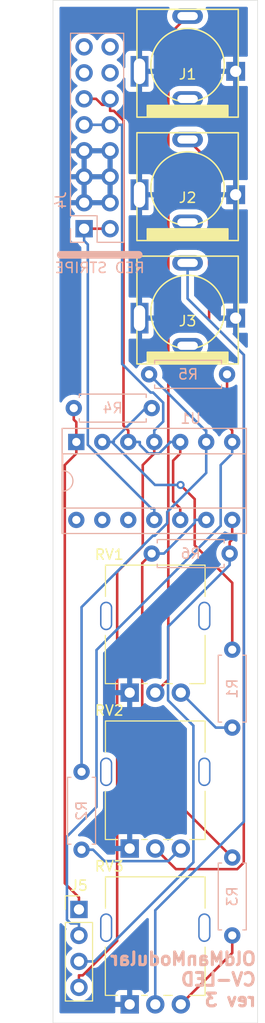
<source format=kicad_pcb>
(kicad_pcb (version 20211014) (generator pcbnew)
  (layers (0 "F.Cu" signal) (31 "B.Cu" signal) (34 "B.Paste" user) (35 "F.Paste" user) (36 "B.SilkS" user "B.Silkscreen") (37 "F.SilkS" user "F.Silkscreen") (38 "B.Mask" user) (39 "F.Mask" user) (44 "Edge.Cuts" user))
  (net 0 "")
  (net 1 "/InputSignal/Signal")
  (net 2 "Net-(R1-Pad1)")
  (net 3 "/sheet5FE679DC/Signal")
  (net 4 "Net-(R2-Pad1)")
  (net 5 "/sheet5FE67A34/Signal")
  (net 6 "Net-(R3-Pad1)")
  (net 7 "Net-(J1-PadT)")
  (net 8 "GND")
  (net 9 "Net-(J2-PadT)")
  (net 10 "Net-(J3-PadT)")
  (net 11 "+5V")
  (net 12 "+12V")
  (net 13 "Net-(J5-Pad3)")
  (net 14 "Net-(J5-Pad2)")
  (net 15 "Net-(J5-Pad1)")
  (net 16 "-12V")
  (footprint "SynthDiy:Potentiometer_Alpha_Single_Vertical" (layer "F.Cu") (at 10 75.441 90)
    (fp_text reference "RV2" (at 6 -4.5 180) (layer "F.SilkS"))
    (fp_text value "100K")
    (fp_line (start 4.97 4.87) (end 4.97 -4.87) (layer "F.SilkS") (width 0.12))
    (fp_line (start -6.62 4.87) (end -1.9 4.87) (layer "F.SilkS") (width 0.12))
    (fp_line (start -6.62 -4.88) (end -1.9 -4.88) (layer "F.SilkS") (width 0.12))
    (fp_line (start -6.62 -3.69) (end -6.62 -4.87) (layer "F.SilkS") (width 0.12))
    (fp_line (start 1.91 4.87) (end 4.97 4.87) (layer "F.SilkS") (width 0.12))
    (fp_line (start -6.62 1.66) (end -6.62 0.83) (layer "F.SilkS") (width 0.12))
    (fp_line (start -6.62 4.87) (end -6.62 3.38) (layer "F.SilkS") (width 0.12))
    (fp_line (start 1.91 -4.87) (end 4.97 -4.87) (layer "F.SilkS") (width 0.12))
    (fp_line (start -6.62 -0.79) (end -6.62 -1.32) (layer "F.SilkS") (width 0.12))
    (pad "" thru_hole oval (at 0 -4.8 180) (size 1.2 2.8) (drill oval 0.9 2.5) (layers *.Cu *.Mask))
    (pad "" thru_hole oval (at 0 4.8 180) (size 1.2 2.8) (drill oval 0.9 2.5) (layers *.Cu *.Mask))
    (pad "1" thru_hole rect (at -7.5 -2.5 180) (size 1.8 1.8) (drill 1) (layers *.Cu *.Mask) (net 8 "GND"))
    (pad "2" thru_hole circle (at -7.5 0 180) (size 1.8 1.8) (drill 1) (layers *.Cu *.Mask) (net 9 "Net-(J2-PadT)"))
    (pad "3" thru_hole circle (at -7.5 2.5 180) (size 1.8 1.8) (drill 1) (layers *.Cu *.Mask) (net 3 "/sheet5FE679DC/Signal"))
  )
  (footprint "SynthDiy:Potentiometer_Alpha_Single_Vertical" (layer "F.Cu") (at 10 90.681 90)
    (fp_text reference "RV3" (at 6 -4.5 180) (layer "F.SilkS"))
    (fp_text value "100K")
    (fp_line (start 1.91 4.87) (end 4.97 4.87) (layer "F.SilkS") (width 0.12))
    (fp_line (start -6.62 1.66) (end -6.62 0.83) (layer "F.SilkS") (width 0.12))
    (fp_line (start 1.91 -4.87) (end 4.97 -4.87) (layer "F.SilkS") (width 0.12))
    (fp_line (start -6.62 4.87) (end -1.9 4.87) (layer "F.SilkS") (width 0.12))
    (fp_line (start -6.62 4.87) (end -6.62 3.38) (layer "F.SilkS") (width 0.12))
    (fp_line (start -6.62 -3.69) (end -6.62 -4.87) (layer "F.SilkS") (width 0.12))
    (fp_line (start -6.62 -0.79) (end -6.62 -1.32) (layer "F.SilkS") (width 0.12))
    (fp_line (start -6.62 -4.88) (end -1.9 -4.88) (layer "F.SilkS") (width 0.12))
    (fp_line (start 4.97 4.87) (end 4.97 -4.87) (layer "F.SilkS") (width 0.12))
    (pad "" thru_hole oval (at 0 -4.8 180) (size 1.2 2.8) (drill oval 0.9 2.5) (layers *.Cu *.Mask))
    (pad "" thru_hole oval (at 0 4.8 180) (size 1.2 2.8) (drill oval 0.9 2.5) (layers *.Cu *.Mask))
    (pad "1" thru_hole rect (at -7.5 -2.5 180) (size 1.8 1.8) (drill 1) (layers *.Cu *.Mask) (net 8 "GND"))
    (pad "2" thru_hole circle (at -7.5 0 180) (size 1.8 1.8) (drill 1) (layers *.Cu *.Mask) (net 10 "Net-(J3-PadT)"))
    (pad "3" thru_hole circle (at -7.5 2.5 180) (size 1.8 1.8) (drill 1) (layers *.Cu *.Mask) (net 5 "/sheet5FE67A34/Signal"))
  )
  (footprint "SynthDiy:PJ301BM" (layer "F.Cu") (at 13.16 6.35)
    (fp_text reference "J1" (at 0 0.889) (layer "F.SilkS"))
    (fp_text value "AudioJack2")
    (fp_line (start 4.953 5.08) (end -4.953 5.08) (layer "F.SilkS") (width 0.15))
    (fp_line (start -4.953 -5.461) (end 4.953 -5.461) (layer "F.SilkS") (width 0.15))
    (fp_line (start 4.953 -5.461) (end 4.953 5.08) (layer "F.SilkS") (width 0.15))
    (fp_line (start -4.953 5.08) (end -4.953 -5.461) (layer "F.SilkS") (width 0.15))
    (fp_circle (center 0 0) (end -2.54 -2.54) (layer "F.SilkS") (width 0.15) (fill none))
    (fp_poly (pts (xy -3.937 5.08) (xy -3.937 3.937) (xy 3.937 3.937) (xy 3.937 5.08)) (layer "F.SilkS") (width 0.15) (fill solid))
    (pad "S" thru_hole rect locked (at -4.7 0.6) (size 1.75 3) (drill oval 1.1 2.5) (layers *.Cu *.Mask) (net 8 "GND"))
    (pad "S" thru_hole rect locked (at 4.7 0.6) (size 1.85 1.85) (drill 1.1) (layers *.Cu *.Mask) (net 8 "GND"))
    (pad "T" thru_hole oval locked (at 0 -4.8) (size 3 1.524) (drill oval 2 0.8) (layers *.Cu *.Mask) (net 7 "Net-(J1-PadT)"))
    (pad "TN" thru_hole oval locked (at 0 3.3) (size 3 1.524) (drill oval 2 0.8) (layers *.Cu *.Mask))
  )
  (footprint "SynthDiy:PJ301BM" (layer "F.Cu") (at 13.16 18.415)
    (fp_text reference "J2" (at 0 0.889) (layer "F.SilkS"))
    (fp_text value "AudioJack2")
    (fp_line (start -4.953 -5.461) (end 4.953 -5.461) (layer "F.SilkS") (width 0.15))
    (fp_line (start -4.953 5.08) (end -4.953 -5.461) (layer "F.SilkS") (width 0.15))
    (fp_line (start 4.953 -5.461) (end 4.953 5.08) (layer "F.SilkS") (width 0.15))
    (fp_line (start 4.953 5.08) (end -4.953 5.08) (layer "F.SilkS") (width 0.15))
    (fp_circle (center 0 0) (end -2.54 -2.54) (layer "F.SilkS") (width 0.15) (fill none))
    (fp_poly (pts (xy -3.937 5.08) (xy -3.937 3.937) (xy 3.937 3.937) (xy 3.937 5.08)) (layer "F.SilkS") (width 0.15) (fill solid))
    (pad "S" thru_hole rect locked (at -4.7 0.6) (size 1.75 3) (drill oval 1.1 2.5) (layers *.Cu *.Mask) (net 8 "GND"))
    (pad "S" thru_hole rect locked (at 4.7 0.6) (size 1.85 1.85) (drill 1.1) (layers *.Cu *.Mask) (net 8 "GND"))
    (pad "T" thru_hole oval locked (at 0 -4.8) (size 3 1.524) (drill oval 2 0.8) (layers *.Cu *.Mask) (net 9 "Net-(J2-PadT)"))
    (pad "TN" thru_hole oval locked (at 0 3.3) (size 3 1.524) (drill oval 2 0.8) (layers *.Cu *.Mask))
  )
  (footprint "SynthDiy:PJ301BM" (layer "F.Cu") (at 13.16 30.48)
    (fp_text reference "J3" (at 0 0.889) (layer "F.SilkS"))
    (fp_text value "AudioJack2")
    (fp_line (start -4.953 -5.461) (end 4.953 -5.461) (layer "F.SilkS") (width 0.15))
    (fp_line (start -4.953 5.08) (end -4.953 -5.461) (layer "F.SilkS") (width 0.15))
    (fp_line (start 4.953 -5.461) (end 4.953 5.08) (layer "F.SilkS") (width 0.15))
    (fp_line (start 4.953 5.08) (end -4.953 5.08) (layer "F.SilkS") (width 0.15))
    (fp_circle (center 0 0) (end -2.54 -2.54) (layer "F.SilkS") (width 0.15) (fill none))
    (fp_poly (pts (xy -3.937 5.08) (xy -3.937 3.937) (xy 3.937 3.937) (xy 3.937 5.08)) (layer "F.SilkS") (width 0.15) (fill solid))
    (pad "S" thru_hole rect locked (at 4.7 0.6) (size 1.85 1.85) (drill 1.1) (layers *.Cu *.Mask) (net 8 "GND"))
    (pad "S" thru_hole rect locked (at -4.7 0.6) (size 1.75 3) (drill oval 1.1 2.5) (layers *.Cu *.Mask) (net 8 "GND"))
    (pad "T" thru_hole oval locked (at 0 -4.8) (size 3 1.524) (drill oval 2 0.8) (layers *.Cu *.Mask) (net 10 "Net-(J3-PadT)"))
    (pad "TN" thru_hole oval locked (at 0 3.3) (size 3 1.524) (drill oval 2 0.8) (layers *.Cu *.Mask))
  )
  (footprint "Connector_PinHeader_2.54mm:PinHeader_1x04_P2.54mm_Vertical" (layer "F.Cu") (at 2.54 88.9)
    (fp_text reference "J5" (at 0 -2.33) (layer "F.SilkS"))
    (fp_text value "Conn_01x04_Female")
    (fp_line (start -1.33 0) (end -1.33 -1.33) (layer "F.SilkS") (width 0.12))
    (fp_line (start -1.33 1.27) (end -1.33 8.95) (layer "F.SilkS") (width 0.12))
    (fp_line (start 1.33 1.27) (end 1.33 8.95) (layer "F.SilkS") (width 0.12))
    (fp_line (start -1.33 1.27) (end 1.33 1.27) (layer "F.SilkS") (width 0.12))
    (fp_line (start -1.33 -1.33) (end 0 -1.33) (layer "F.SilkS") (width 0.12))
    (fp_line (start -1.33 8.95) (end 1.33 8.95) (layer "F.SilkS") (width 0.12))
    (pad "1" thru_hole rect locked (at 0 0) (size 1.7 1.7) (drill 1) (layers *.Cu *.Mask) (net 15 "Net-(J5-Pad1)"))
    (pad "2" thru_hole oval locked (at 0 2.54) (size 1.7 1.7) (drill 1) (layers *.Cu *.Mask) (net 14 "Net-(J5-Pad2)"))
    (pad "3" thru_hole oval locked (at 0 5.08) (size 1.7 1.7) (drill 1) (layers *.Cu *.Mask) (net 13 "Net-(J5-Pad3)"))
    (pad "4" thru_hole oval locked (at 0 7.62) (size 1.7 1.7) (drill 1) (layers *.Cu *.Mask) (net 12 "+12V"))
  )
  (footprint "SynthDiy:Potentiometer_Alpha_Single_Vertical" (layer "F.Cu") (at 10 60.201 90)
    (fp_text reference "RV1" (at 6 -4.5 180) (layer "F.SilkS"))
    (fp_text value "100K")
    (fp_line (start -6.62 -0.79) (end -6.62 -1.32) (layer "F.SilkS") (width 0.12))
    (fp_line (start -6.62 4.87) (end -1.9 4.87) (layer "F.SilkS") (width 0.12))
    (fp_line (start -6.62 1.66) (end -6.62 0.83) (layer "F.SilkS") (width 0.12))
    (fp_line (start -6.62 -3.69) (end -6.62 -4.87) (layer "F.SilkS") (width 0.12))
    (fp_line (start -6.62 4.87) (end -6.62 3.38) (layer "F.SilkS") (width 0.12))
    (fp_line (start 1.91 -4.87) (end 4.97 -4.87) (layer "F.SilkS") (width 0.12))
    (fp_line (start 1.91 4.87) (end 4.97 4.87) (layer "F.SilkS") (width 0.12))
    (fp_line (start -6.62 -4.88) (end -1.9 -4.88) (layer "F.SilkS") (width 0.12))
    (fp_line (start 4.97 4.87) (end 4.97 -4.87) (layer "F.SilkS") (width 0.12))
    (pad "" thru_hole oval (at 0 -4.8 180) (size 1.2 2.8) (drill oval 0.9 2.5) (layers *.Cu *.Mask))
    (pad "" thru_hole oval (at 0 4.8 180) (size 1.2 2.8) (drill oval 0.9 2.5) (layers *.Cu *.Mask))
    (pad "1" thru_hole rect (at -7.5 -2.5 180) (size 1.8 1.8) (drill 1) (layers *.Cu *.Mask) (net 8 "GND"))
    (pad "2" thru_hole circle (at -7.5 0 180) (size 1.8 1.8) (drill 1) (layers *.Cu *.Mask) (net 7 "Net-(J1-PadT)"))
    (pad "3" thru_hole circle (at -7.5 2.5 180) (size 1.8 1.8) (drill 1) (layers *.Cu *.Mask) (net 1 "/InputSignal/Signal"))
  )
  (footprint "SynthDiy:R_Axial_DIN0207_L6.3mm_D2.5mm_P7.62mm_Horizontal" (layer "B.Cu") (at 17.526 63.5 -90)
    (fp_text reference "R1" (at 3.81 0 90) (layer "B.SilkS") (effects (justify mirror)))
    (fp_text value "10K")
    (fp_line (start 0.54 1.04) (end 0.54 1.37) (layer "B.SilkS") (width 0.12))
    (fp_line (start 0.54 1.37) (end 7.08 1.37) (layer "B.SilkS") (width 0.12))
    (fp_line (start 0.54 -1.04) (end 0.54 -1.37) (layer "B.SilkS") (width 0.12))
    (fp_line (start 0.54 -1.37) (end 7.08 -1.37) (layer "B.SilkS") (width 0.12))
    (fp_line (start 7.08 -1.37) (end 7.08 -1.04) (layer "B.SilkS") (width 0.12))
    (fp_line (start 7.08 1.37) (end 7.08 1.04) (layer "B.SilkS") (width 0.12))
    (pad "1" thru_hole circle locked (at 0 0 270) (size 1.6 1.6) (drill 0.8) (layers *.Cu *.Mask) (net 2 "Net-(R1-Pad1)"))
    (pad "2" thru_hole oval locked (at 7.62 0 270) (size 1.6 1.6) (drill 0.8) (layers *.Cu *.Mask) (net 1 "/InputSignal/Signal"))
  )
  (footprint "SynthDiy:R_Axial_DIN0207_L6.3mm_D2.5mm_P7.62mm_Horizontal" (layer "B.Cu") (at 2.794 75.438 -90)
    (fp_text reference "R2" (at 3.81 0 90) (layer "B.SilkS") (effects (justify mirror)))
    (fp_text value "10K")
    (fp_line (start 0.54 1.37) (end 7.08 1.37) (layer "B.SilkS") (width 0.12))
    (fp_line (start 0.54 1.04) (end 0.54 1.37) (layer "B.SilkS") (width 0.12))
    (fp_line (start 7.08 -1.37) (end 7.08 -1.04) (layer "B.SilkS") (width 0.12))
    (fp_line (start 0.54 -1.37) (end 7.08 -1.37) (layer "B.SilkS") (width 0.12))
    (fp_line (start 7.08 1.37) (end 7.08 1.04) (layer "B.SilkS") (width 0.12))
    (fp_line (start 0.54 -1.04) (end 0.54 -1.37) (layer "B.SilkS") (width 0.12))
    (pad "1" thru_hole circle locked (at 0 0 270) (size 1.6 1.6) (drill 0.8) (layers *.Cu *.Mask) (net 4 "Net-(R2-Pad1)"))
    (pad "2" thru_hole oval locked (at 7.62 0 270) (size 1.6 1.6) (drill 0.8) (layers *.Cu *.Mask) (net 3 "/sheet5FE679DC/Signal"))
  )
  (footprint "SynthDiy:R_Axial_DIN0207_L6.3mm_D2.5mm_P7.62mm_Horizontal" (layer "B.Cu") (at 17.526 83.82 -90)
    (fp_text reference "R3" (at 3.81 0 90) (layer "B.SilkS") (effects (justify mirror)))
    (fp_text value "10K")
    (fp_line (start 7.08 1.37) (end 7.08 1.04) (layer "B.SilkS") (width 0.12))
    (fp_line (start 0.54 1.37) (end 7.08 1.37) (layer "B.SilkS") (width 0.12))
    (fp_line (start 7.08 -1.37) (end 7.08 -1.04) (layer "B.SilkS") (width 0.12))
    (fp_line (start 0.54 -1.04) (end 0.54 -1.37) (layer "B.SilkS") (width 0.12))
    (fp_line (start 0.54 1.04) (end 0.54 1.37) (layer "B.SilkS") (width 0.12))
    (fp_line (start 0.54 -1.37) (end 7.08 -1.37) (layer "B.SilkS") (width 0.12))
    (pad "1" thru_hole circle locked (at 0 0 270) (size 1.6 1.6) (drill 0.8) (layers *.Cu *.Mask) (net 6 "Net-(R3-Pad1)"))
    (pad "2" thru_hole oval locked (at 7.62 0 270) (size 1.6 1.6) (drill 0.8) (layers *.Cu *.Mask) (net 5 "/sheet5FE67A34/Signal"))
  )
  (footprint "SynthDiy:R_Axial_DIN0207_L6.3mm_D2.5mm_P7.62mm_Horizontal" (layer "B.Cu") (at 9.652 39.878 180)
    (fp_text reference "R4" (at 3.81 0) (layer "B.SilkS") (effects (justify mirror)))
    (fp_text value "22K")
    (fp_line (start 0.54 -1.37) (end 7.08 -1.37) (layer "B.SilkS") (width 0.12))
    (fp_line (start 0.54 1.37) (end 7.08 1.37) (layer "B.SilkS") (width 0.12))
    (fp_line (start 0.54 -1.04) (end 0.54 -1.37) (layer "B.SilkS") (width 0.12))
    (fp_line (start 7.08 -1.37) (end 7.08 -1.04) (layer "B.SilkS") (width 0.12))
    (fp_line (start 0.54 1.04) (end 0.54 1.37) (layer "B.SilkS") (width 0.12))
    (fp_line (start 7.08 1.37) (end 7.08 1.04) (layer "B.SilkS") (width 0.12))
    (pad "1" thru_hole circle locked (at 0 0 180) (size 1.6 1.6) (drill 0.8) (layers *.Cu *.Mask) (net 2 "Net-(R1-Pad1)"))
    (pad "2" thru_hole oval locked (at 7.62 0 180) (size 1.6 1.6) (drill 0.8) (layers *.Cu *.Mask) (net 15 "Net-(J5-Pad1)"))
  )
  (footprint "SynthDiy:R_Axial_DIN0207_L6.3mm_D2.5mm_P7.62mm_Horizontal" (layer "B.Cu") (at 9.398 36.576)
    (fp_text reference "R5" (at 3.81 0 180) (layer "B.SilkS") (effects (justify mirror)))
    (fp_text value "22K")
    (fp_line (start 7.08 -1.37) (end 7.08 -1.04) (layer "B.SilkS") (width 0.12))
    (fp_line (start 0.54 1.04) (end 0.54 1.37) (layer "B.SilkS") (width 0.12))
    (fp_line (start 0.54 1.37) (end 7.08 1.37) (layer "B.SilkS") (width 0.12))
    (fp_line (start 7.08 1.37) (end 7.08 1.04) (layer "B.SilkS") (width 0.12))
    (fp_line (start 0.54 -1.37) (end 7.08 -1.37) (layer "B.SilkS") (width 0.12))
    (fp_line (start 0.54 -1.04) (end 0.54 -1.37) (layer "B.SilkS") (width 0.12))
    (pad "1" thru_hole circle locked (at 0 0) (size 1.6 1.6) (drill 0.8) (layers *.Cu *.Mask) (net 4 "Net-(R2-Pad1)"))
    (pad "2" thru_hole oval locked (at 7.62 0) (size 1.6 1.6) (drill 0.8) (layers *.Cu *.Mask) (net 14 "Net-(J5-Pad2)"))
  )
  (footprint "SynthDiy:R_Axial_DIN0207_L6.3mm_D2.5mm_P7.62mm_Horizontal" (layer "B.Cu") (at 9.652 54.102)
    (fp_text reference "R6" (at 3.81 0 180) (layer "B.SilkS") (effects (justify mirror)))
    (fp_text value "22K")
    (fp_line (start 0.54 1.04) (end 0.54 1.37) (layer "B.SilkS") (width 0.12))
    (fp_line (start 7.08 1.37) (end 7.08 1.04) (layer "B.SilkS") (width 0.12))
    (fp_line (start 0.54 1.37) (end 7.08 1.37) (layer "B.SilkS") (width 0.12))
    (fp_line (start 0.54 -1.37) (end 7.08 -1.37) (layer "B.SilkS") (width 0.12))
    (fp_line (start 7.08 -1.37) (end 7.08 -1.04) (layer "B.SilkS") (width 0.12))
    (fp_line (start 0.54 -1.04) (end 0.54 -1.37) (layer "B.SilkS") (width 0.12))
    (pad "1" thru_hole circle locked (at 0 0) (size 1.6 1.6) (drill 0.8) (layers *.Cu *.Mask) (net 6 "Net-(R3-Pad1)"))
    (pad "2" thru_hole oval locked (at 7.62 0) (size 1.6 1.6) (drill 0.8) (layers *.Cu *.Mask) (net 13 "Net-(J5-Pad3)"))
  )
  (footprint "Package_DIP:DIP-14_W7.62mm_Socket" (layer "B.Cu") (at 2.281 43.19 -90)
    (fp_text reference "U1" (at -2.296 -11.181 180) (layer "B.SilkS") (effects (justify mirror)))
    (fp_text value "TL084")
    (fp_line (start 6.46 1.33) (end 4.81 1.33) (layer "B.SilkS") (width 0.12))
    (fp_line (start -1.33 -16.63) (end 8.95 -16.63) (layer "B.SilkS") (width 0.12))
    (fp_line (start 1.16 1.33) (end 1.16 -16.57) (layer "B.SilkS") (width 0.12))
    (fp_line (start 1.16 -16.57) (end 6.46 -16.57) (layer "B.SilkS") (width 0.12))
    (fp_line (start 6.46 -16.57) (end 6.46 1.33) (layer "B.SilkS") (width 0.12))
    (fp_line (start 2.81 1.33) (end 1.16 1.33) (layer "B.SilkS") (width 0.12))
    (fp_line (start 8.95 -16.63) (end 8.95 1.39) (layer "B.SilkS") (width 0.12))
    (fp_line (start 8.95 1.39) (end -1.33 1.39) (layer "B.SilkS") (width 0.12))
    (fp_line (start -1.33 1.39) (end -1.33 -16.63) (layer "B.SilkS") (width 0.12))
    (fp_arc (start 2.81 1.33) (mid 3.81 0.33) (end 4.81 1.33) (layer "B.SilkS") (width 0.12))
    (pad "1" thru_hole rect locked (at 0 0 270) (size 1.6 1.6) (drill 0.8) (layers *.Cu *.Mask) (net 15 "Net-(J5-Pad1)"))
    (pad "2" thru_hole oval locked (at 0 -2.54 270) (size 1.6 1.6) (drill 0.8) (layers *.Cu *.Mask) (net 2 "Net-(R1-Pad1)"))
    (pad "3" thru_hole oval locked (at 0 -5.08 270) (size 1.6 1.6) (drill 0.8) (layers *.Cu *.Mask) (net 11 "+5V"))
    (pad "4" thru_hole oval locked (at 0 -7.62 270) (size 1.6 1.6) (drill 0.8) (layers *.Cu *.Mask) (net 12 "+12V"))
    (pad "5" thru_hole oval locked (at 0 -10.16 270) (size 1.6 1.6) (drill 0.8) (layers *.Cu *.Mask) (net 11 "+5V"))
    (pad "6" thru_hole oval locked (at 0 -12.7 270) (size 1.6 1.6) (drill 0.8) (layers *.Cu *.Mask) (net 4 "Net-(R2-Pad1)"))
    (pad "7" thru_hole oval locked (at 0 -15.24 270) (size 1.6 1.6) (drill 0.8) (layers *.Cu *.Mask) (net 14 "Net-(J5-Pad2)"))
    (pad "8" thru_hole oval locked (at 7.62 -15.24 270) (size 1.6 1.6) (drill 0.8) (layers *.Cu *.Mask) (net 13 "Net-(J5-Pad3)"))
    (pad "9" thru_hole oval locked (at 7.62 -12.7 270) (size 1.6 1.6) (drill 0.8) (layers *.Cu *.Mask) (net 6 "Net-(R3-Pad1)"))
    (pad "10" thru_hole oval locked (at 7.62 -10.16 270) (size 1.6 1.6) (drill 0.8) (layers *.Cu *.Mask) (net 11 "+5V"))
    (pad "11" thru_hole oval locked (at 7.62 -7.62 270) (size 1.6 1.6) (drill 0.8) (layers *.Cu *.Mask) (net 16 "-12V"))
    (pad "12" thru_hole oval locked (at 7.62 -5.08 270) (size 1.6 1.6) (drill 0.8) (layers *.Cu *.Mask))
    (pad "13" thru_hole oval locked (at 7.62 -2.54 270) (size 1.6 1.6) (drill 0.8) (layers *.Cu *.Mask))
    (pad "14" thru_hole oval locked (at 7.62 0 270) (size 1.6 1.6) (drill 0.8) (layers *.Cu *.Mask))
  )
  (footprint "Connector_PinHeader_2.54mm:PinHeader_2x08_P2.54mm_Vertical" (layer "B.Cu") (at 3.043 22.337)
    (fp_text reference "J4" (at -2.281 -2.779 90) (layer "B.SilkS") (effects (justify mirror)))
    (fp_text value "Conn_02x08_Odd_Even")
    (fp_line (start 1.27 1.33) (end 3.87 1.33) (layer "B.SilkS") (width 0.12))
    (fp_line (start -1.33 -19.11) (end 3.87 -19.11) (layer "B.SilkS") (width 0.12))
    (fp_line (start -1.33 1.33) (end 0 1.33) (layer "B.SilkS") (width 0.12))
    (fp_line (start -1.33 0) (end -1.33 1.33) (layer "B.SilkS") (width 0.12))
    (fp_line (start -1.33 -1.27) (end 1.27 -1.27) (layer "B.SilkS") (width 0.12))
    (fp_line (start -1.33 -1.27) (end -1.33 -19.11) (layer "B.SilkS") (width 0.12))
    (fp_line (start 1.27 -1.27) (end 1.27 1.33) (layer "B.SilkS") (width 0.12))
    (fp_line (start 3.87 1.33) (end 3.87 -19.11) (layer "B.SilkS") (width 0.12))
    (pad "1" thru_hole rect locked (at 0 0) (size 1.7 1.7) (drill 1) (layers *.Cu *.Mask) (net 16 "-12V"))
    (pad "2" thru_hole oval locked (at 2.54 0) (size 1.7 1.7) (drill 1) (layers *.Cu *.Mask) (net 16 "-12V"))
    (pad "3" thru_hole oval locked (at 0 -2.54) (size 1.7 1.7) (drill 1) (layers *.Cu *.Mask) (net 8 "GND"))
    (pad "4" thru_hole oval locked (at 2.54 -2.54) (size 1.7 1.7) (drill 1) (layers *.Cu *.Mask) (net 8 "GND"))
    (pad "5" thru_hole oval locked (at 0 -5.08) (size 1.7 1.7) (drill 1) (layers *.Cu *.Mask) (net 8 "GND"))
    (pad "6" thru_hole oval locked (at 2.54 -5.08) (size 1.7 1.7) (drill 1) (layers *.Cu *.Mask) (net 8 "GND"))
    (pad "7" thru_hole oval locked (at 0 -7.62) (size 1.7 1.7) (drill 1) (layers *.Cu *.Mask) (net 8 "GND"))
    (pad "8" thru_hole oval locked (at 2.54 -7.62) (size 1.7 1.7) (drill 1) (layers *.Cu *.Mask) (net 8 "GND"))
    (pad "9" thru_hole oval locked (at 0 -10.16) (size 1.7 1.7) (drill 1) (layers *.Cu *.Mask) (net 12 "+12V"))
    (pad "10" thru_hole oval locked (at 2.54 -10.16) (size 1.7 1.7) (drill 1) (layers *.Cu *.Mask) (net 12 "+12V"))
    (pad "11" thru_hole oval locked (at 0 -12.7) (size 1.7 1.7) (drill 1) (layers *.Cu *.Mask) (net 11 "+5V"))
    (pad "12" thru_hole oval locked (at 2.54 -12.7) (size 1.7 1.7) (drill 1) (layers *.Cu *.Mask) (net 11 "+5V"))
    (pad "13" thru_hole oval locked (at 0 -15.24) (size 1.7 1.7) (drill 1) (layers *.Cu *.Mask))
    (pad "14" thru_hole oval locked (at 2.54 -15.24) (size 1.7 1.7) (drill 1) (layers *.Cu *.Mask))
    (pad "15" thru_hole oval locked (at 0 -17.78) (size 1.7 1.7) (drill 1) (layers *.Cu *.Mask))
    (pad "16" thru_hole oval locked (at 2.54 -17.78) (size 1.7 1.7) (drill 1) (layers *.Cu *.Mask))
  )
  (gr_line (start 0.762 24.892) (end 8.382 24.892) (layer "B.SilkS") (width 0.75))
  (gr_line (start 0 0) (end 20 0) (layer "Edge.Cuts") (width 0.05))
  (gr_line (start 0 100) (end 20 100) (layer "Edge.Cuts") (width 0.05))
  (gr_line (start 20 0) (end 20 100) (layer "Edge.Cuts") (width 0.05))
  (gr_line (start 0 0) (end 0 100) (layer "Edge.Cuts") (width 0.05))
  (gr_text "OldManModular\nCV-LED\nrev 3" (at 20.002406 95.749188) (layer "B.SilkS") (effects (font (size 1.25 1.25) (thickness 0.3)) (justify left mirror)))
  (gr_text "RED STRIPE" (at 4.572 26.162) (layer "B.SilkS") (effects (font (size 1 1)) (justify mirror)))
  (segment (start 15.919 71.12) (end 12.5 67.701) (width 0.25) (layer "B.Cu") (net 1))
  (segment (start 17.526 71.12) (end 15.919 71.12) (width 0.25) (layer "B.Cu") (net 1))
  (segment (start 17.526 56.9622) (end 13.8556 53.2918) (width 0.25) (layer "F.Cu") (net 2))
  (segment (start 17.526 63.5) (end 17.526 56.9622) (width 0.25) (layer "F.Cu") (net 2))
  (segment (start 13.8556 48.7784) (end 12.4702 47.393) (width 0.25) (layer "F.Cu") (net 2))
  (segment (start 13.8556 53.2918) (end 13.8556 48.7784) (width 0.25) (layer "F.Cu") (net 2))
  (via (at 12.4702 47.393) (size 0.8) (drill 0.4) (layers "F.Cu" "B.Cu") (net 2))
  (segment (start 5.9463 42.9929) (end 5.9463 43.19) (width 0.25) (layer "B.Cu") (net 2))
  (segment (start 9.652 39.878) (end 9.0612 39.878) (width 0.25) (layer "B.Cu") (net 2))
  (segment (start 4.821 43.19) (end 5.7694 43.19) (width 0.25) (layer "B.Cu") (net 2))
  (segment (start 9.0612 39.878) (end 5.9463 42.9929) (width 0.25) (layer "B.Cu") (net 2))
  (segment (start 5.7694 43.19) (end 5.9463 43.19) (width 0.25) (layer "B.Cu") (net 2))
  (segment (start 12.4702 47.393) (end 9.9724 47.393) (width 0.25) (layer "B.Cu") (net 2))
  (segment (start 9.9724 47.393) (end 5.7694 43.19) (width 0.25) (layer "B.Cu") (net 2))
  (segment (start 3.9193 83.058) (end 5.0327 84.1714) (width 0.25) (layer "B.Cu") (net 3))
  (segment (start 5.0327 84.1714) (end 11.2696 84.1714) (width 0.25) (layer "B.Cu") (net 3))
  (segment (start 2.794 83.058) (end 3.9193 83.058) (width 0.25) (layer "B.Cu") (net 3))
  (segment (start 11.2696 84.1714) (end 12.5 82.941) (width 0.25) (layer "B.Cu") (net 3))
  (segment (start 14.981 43.19) (end 14.981 42.0647) (width 0.25) (layer "B.Cu") (net 4))
  (segment (start 2.794 59.3351) (end 9.7685 52.3606) (width 0.25) (layer "B.Cu") (net 4))
  (segment (start 9.398 36.576) (end 14.8867 42.0647) (width 0.25) (layer "B.Cu") (net 4))
  (segment (start 9.9439 52.3606) (end 11.171 51.1335) (width 0.25) (layer "B.Cu") (net 4))
  (segment (start 2.794 75.438) (end 2.794 59.3351) (width 0.25) (layer "B.Cu") (net 4))
  (segment (start 14.981 46.2184) (end 14.981 43.19) (width 0.25) (layer "B.Cu") (net 4))
  (segment (start 11.171 50.0284) (end 14.981 46.2184) (width 0.25) (layer "B.Cu") (net 4))
  (segment (start 9.7685 52.3606) (end 9.9439 52.3606) (width 0.25) (layer "B.Cu") (net 4))
  (segment (start 11.171 51.1335) (end 11.171 50.0284) (width 0.25) (layer "B.Cu") (net 4))
  (segment (start 14.8867 42.0647) (end 14.981 42.0647) (width 0.25) (layer "B.Cu") (net 4))
  (segment (start 17.526 91.44) (end 17.526 93.155) (width 0.25) (layer "F.Cu") (net 5))
  (segment (start 17.526 93.155) (end 12.5 98.181) (width 0.25) (layer "F.Cu") (net 5))
  (segment (start 8.7254 75.0194) (end 8.7254 55.0286) (width 0.25) (layer "F.Cu") (net 6))
  (segment (start 17.526 83.82) (end 8.7254 75.0194) (width 0.25) (layer "F.Cu") (net 6))
  (segment (start 8.7254 55.0286) (end 9.652 54.102) (width 0.25) (layer "F.Cu") (net 6))
  (segment (start 10.845 54.102) (end 13.8557 51.0913) (width 0.25) (layer "B.Cu") (net 6))
  (segment (start 9.652 54.102) (end 10.845 54.102) (width 0.25) (layer "B.Cu") (net 6))
  (segment (start 14.981 50.81) (end 13.8557 50.81) (width 0.25) (layer "B.Cu") (net 6))
  (segment (start 13.8557 51.0913) (end 13.8557 50.81) (width 0.25) (layer "B.Cu") (net 6))
  (segment (start 11.2746 3.4354) (end 11.2746 66.4264) (width 0.25) (layer "F.Cu") (net 7))
  (segment (start 11.2746 66.4264) (end 10 67.701) (width 0.25) (layer "F.Cu") (net 7))
  (segment (start 13.16 1.55) (end 11.2746 3.4354) (width 0.25) (layer "F.Cu") (net 7))
  (segment (start 18.0126 84.9582) (end 12.0172 84.9582) (width 0.25) (layer "F.Cu") (net 9))
  (segment (start 18.653 84.3178) (end 18.0126 84.9582) (width 0.25) (layer "F.Cu") (net 9))
  (segment (start 15.2621 31.2728) (end 18.653 34.6637) (width 0.25) (layer "F.Cu") (net 9))
  (segment (start 18.653 34.6637) (end 18.653 84.3178) (width 0.25) (layer "F.Cu") (net 9))
  (segment (start 15.2621 15.7171) (end 15.2621 31.2728) (width 0.25) (layer "F.Cu") (net 9))
  (segment (start 13.16 13.615) (end 15.2621 15.7171) (width 0.25) (layer "F.Cu") (net 9))
  (segment (start 12.0172 84.9582) (end 10 82.941) (width 0.25) (layer "F.Cu") (net 9))
  (segment (start 13.16 25.68) (end 13.16 29.1707) (width 0.25) (layer "B.Cu") (net 10))
  (segment (start 18.6684 80.3113) (end 10 88.9797) (width 0.25) (layer "B.Cu") (net 10))
  (segment (start 18.6684 34.6791) (end 18.6684 80.3113) (width 0.25) (layer "B.Cu") (net 10))
  (segment (start 10 88.9797) (end 10 98.181) (width 0.25) (layer "B.Cu") (net 10))
  (segment (start 13.16 29.1707) (end 18.6684 34.6791) (width 0.25) (layer "B.Cu") (net 10))
  (segment (start 6.8947 11.7566) (end 6.8947 41.5984) (width 0.25) (layer "F.Cu") (net 11))
  (segment (start 12.441 50.81) (end 12.441 49.6847) (width 0.25) (layer "F.Cu") (net 11))
  (segment (start 4.8059 10.2246) (end 4.2183 9.637) (width 0.25) (layer "F.Cu") (net 11))
  (segment (start 12.441 43.19) (end 12.441 44.3153) (width 0.25) (layer "F.Cu") (net 11))
  (segment (start 6.8947 41.5984) (end 7.361 42.0647) (width 0.25) (layer "F.Cu") (net 11))
  (segment (start 3.043 9.637) (end 4.2183 9.637) (width 0.25) (layer "F.Cu") (net 11))
  (segment (start 5.9504 10.8123) (end 6.8947 11.7566) (width 0.25) (layer "F.Cu") (net 11))
  (segment (start 11.7449 48.9886) (end 12.441 49.6847) (width 0.25) (layer "F.Cu") (net 11))
  (segment (start 12.441 44.3153) (end 11.7449 45.0114) (width 0.25) (layer "F.Cu") (net 11))
  (segment (start 5.583 9.637) (end 5.583 10.2246) (width 0.25) (layer "F.Cu") (net 11))
  (segment (start 5.583 10.2246) (end 4.8059 10.2246) (width 0.25) (layer "F.Cu") (net 11))
  (segment (start 11.7449 45.0114) (end 11.7449 48.9886) (width 0.25) (layer "F.Cu") (net 11))
  (segment (start 5.583 10.8123) (end 5.9504 10.8123) (width 0.25) (layer "F.Cu") (net 11))
  (segment (start 5.583 10.2246) (end 5.583 10.8123) (width 0.25) (layer "F.Cu") (net 11))
  (segment (start 7.361 43.19) (end 7.361 42.0647) (width 0.25) (layer "F.Cu") (net 11))
  (segment (start 11.4378 43.2448) (end 10.3673 44.3153) (width 0.25) (layer "B.Cu") (net 11))
  (segment (start 8.4863 43.4714) (end 8.4863 43.19) (width 0.25) (layer "B.Cu") (net 11))
  (segment (start 11.4378 43.19) (end 11.4378 43.2448) (width 0.25) (layer "B.Cu") (net 11))
  (segment (start 10.3673 44.3153) (end 9.3302 44.3153) (width 0.25) (layer "B.Cu") (net 11))
  (segment (start 12.441 43.19) (end 11.4378 43.19) (width 0.25) (layer "B.Cu") (net 11))
  (segment (start 7.361 43.19) (end 8.4863 43.19) (width 0.25) (layer "B.Cu") (net 11))
  (segment (start 9.3302 44.3153) (end 8.4863 43.4714) (width 0.25) (layer "B.Cu") (net 11))
  (segment (start 9.901 43.19) (end 9.901 44.3153) (width 0.25) (layer "F.Cu") (net 12))
  (segment (start 2.54 95.3447) (end 2.9073 95.3447) (width 0.25) (layer "F.Cu") (net 12))
  (segment (start 8.7757 45.4406) (end 9.901 44.3153) (width 0.25) (layer "F.Cu") (net 12))
  (segment (start 6.2746 91.9774) (end 6.2746 55.8879) (width 0.25) (layer "F.Cu") (net 12))
  (segment (start 2.9073 95.3447) (end 6.2746 91.9774) (width 0.25) (layer "F.Cu") (net 12))
  (segment (start 6.2746 55.8879) (end 8.7757 53.3868) (width 0.25) (layer "F.Cu") (net 12))
  (segment (start 2.54 96.52) (end 2.54 95.3447) (width 0.25) (layer "F.Cu") (net 12))
  (segment (start 8.7757 53.3868) (end 8.7757 45.4406) (width 0.25) (layer "F.Cu") (net 12))
  (segment (start 5.583 12.177) (end 3.043 12.177) (width 0.25) (layer "B.Cu") (net 12))
  (segment (start 9.901 43.19) (end 9.901 42.0647) (width 0.25) (layer "B.Cu") (net 12))
  (segment (start 10.7774 41.1883) (end 10.7774 39.3483) (width 0.25) (layer "B.Cu") (net 12))
  (segment (start 6.7583 35.5659) (end 6.7583 12.177) (width 0.25) (layer "B.Cu") (net 12))
  (segment (start 9.5464 38.354) (end 6.7583 35.5659) (width 0.25) (layer "B.Cu") (net 12))
  (segment (start 6.1707 12.177) (end 6.7583 12.177) (width 0.25) (layer "B.Cu") (net 12))
  (segment (start 10.7774 39.3483) (end 9.7831 38.354) (width 0.25) (layer "B.Cu") (net 12))
  (segment (start 6.1707 12.177) (end 5.583 12.177) (width 0.25) (layer "B.Cu") (net 12))
  (segment (start 9.901 42.0647) (end 10.7774 41.1883) (width 0.25) (layer "B.Cu") (net 12))
  (segment (start 9.7831 38.354) (end 9.5464 38.354) (width 0.25) (layer "B.Cu") (net 12))
  (segment (start 17.272 52.9767) (end 17.521 52.7277) (width 0.25) (layer "F.Cu") (net 13))
  (segment (start 17.521 52.7277) (end 17.521 50.81) (width 0.25) (layer "F.Cu") (net 13))
  (segment (start 17.272 54.102) (end 17.272 52.9767) (width 0.25) (layer "F.Cu") (net 13))
  (segment (start 4.0387 93.98) (end 13.7278 84.2909) (width 0.25) (layer "B.Cu") (net 13))
  (segment (start 17.272 54.102) (end 17.272 55.2273) (width 0.25) (layer "B.Cu") (net 13))
  (segment (start 13.7278 84.2909) (end 13.7278 70.929) (width 0.25) (layer "B.Cu") (net 13))
  (segment (start 2.54 93.98) (end 4.0387 93.98) (width 0.25) (layer "B.Cu") (net 13))
  (segment (start 11.25 61.2493) (end 17.272 55.2273) (width 0.25) (layer "B.Cu") (net 13))
  (segment (start 13.7278 70.929) (end 11.25 68.4512) (width 0.25) (layer "B.Cu") (net 13))
  (segment (start 11.25 68.4512) (end 11.25 61.2493) (width 0.25) (layer "B.Cu") (net 13))
  (segment (start 17.018 41.5617) (end 17.521 42.0647) (width 0.25) (layer "F.Cu") (net 14))
  (segment (start 17.521 43.19) (end 17.521 42.0647) (width 0.25) (layer "F.Cu") (net 14))
  (segment (start 17.018 36.576) (end 17.018 37.7013) (width 0.25) (layer "F.Cu") (net 14))
  (segment (start 17.018 37.7013) (end 17.018 41.5617) (width 0.25) (layer "F.Cu") (net 14))
  (segment (start 17.521 44.3153) (end 16.3957 45.4406) (width 0.25) (layer "B.Cu") (net 14))
  (segment (start 1.3647 81.7685) (end 1.3647 89.8975) (width 0.25) (layer "B.Cu") (net 14))
  (segment (start 2.54 91.44) (end 2.54 90.2647) (width 0.25) (layer "B.Cu") (net 14))
  (segment (start 1.3647 89.8975) (end 1.7319 90.2647) (width 0.25) (layer "B.Cu") (net 14))
  (segment (start 16.3957 45.4406) (end 16.3957 51.3929) (width 0.25) (layer "B.Cu") (net 14))
  (segment (start 1.7319 90.2647) (end 2.54 90.2647) (width 0.25) (layer "B.Cu") (net 14))
  (segment (start 17.521 43.19) (end 17.521 44.3153) (width 0.25) (layer "B.Cu") (net 14))
  (segment (start 4.2563 63.5323) (end 4.2563 78.8769) (width 0.25) (layer "B.Cu") (net 14))
  (segment (start 16.3957 51.3929) (end 4.2563 63.5323) (width 0.25) (layer "B.Cu") (net 14))
  (segment (start 4.2563 78.8769) (end 1.3647 81.7685) (width 0.25) (layer "B.Cu") (net 14))
  (segment (start 1.1557 86.3404) (end 1.1557 45.4406) (width 0.25) (layer "F.Cu") (net 15))
  (segment (start 2.032 39.878) (end 2.032 41.0033) (width 0.25) (layer "F.Cu") (net 15))
  (segment (start 2.281 41.2523) (end 2.281 43.19) (width 0.25) (layer "F.Cu") (net 15))
  (segment (start 2.54 88.9) (end 2.54 87.7247) (width 0.25) (layer "F.Cu") (net 15))
  (segment (start 2.54 87.7247) (end 1.1557 86.3404) (width 0.25) (layer "F.Cu") (net 15))
  (segment (start 2.032 41.0033) (end 2.281 41.2523) (width 0.25) (layer "F.Cu") (net 15))
  (segment (start 2.281 43.19) (end 2.281 44.3153) (width 0.25) (layer "F.Cu") (net 15))
  (segment (start 1.1557 45.4406) (end 2.281 44.3153) (width 0.25) (layer "F.Cu") (net 15))
  (segment (start 5.583 22.337) (end 3.043 22.337) (width 0.25) (layer "F.Cu") (net 16))
  (segment (start 9.901 50.81) (end 9.901 49.6847) (width 0.25) (layer "B.Cu") (net 16))
  (segment (start 3.4064 43.4714) (end 9.6197 49.6847) (width 0.25) (layer "B.Cu") (net 16))
  (segment (start 3.4064 23.8757) (end 3.4064 43.4714) (width 0.25) (layer "B.Cu") (net 16))
  (segment (start 3.043 23.5123) (end 3.4064 23.8757) (width 0.25) (layer "B.Cu") (net 16))
  (segment (start 9.6197 49.6847) (end 9.901 49.6847) (width 0.25) (layer "B.Cu") (net 16))
  (segment (start 3.043 22.337) (end 3.043 23.5123) (width 0.25) (layer "B.Cu") (net 16))
  (zone (net 8) (net_name "GND") (layer "B.Cu") (connect_pads (clearance 0.508)) (min_thickness 0.254) (fill yes (thermal_gap 0.508) (thermal_bridge_width 0.508))
    (polygon (pts (xy 19.05 99.06) (xy 0.635 99.06) (xy 0.635 0.635) (xy 19.05 0.635)))
  )
)
</source>
